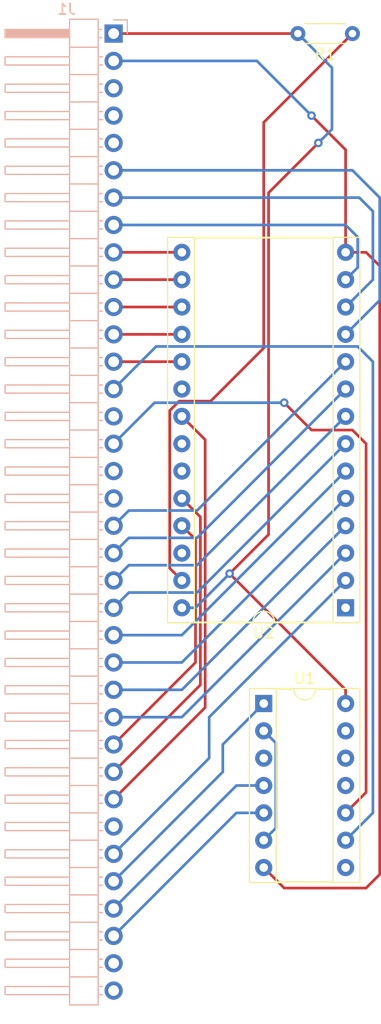
<source format=kicad_pcb>
(kicad_pcb (version 20171130) (host pcbnew 5.1.6-c6e7f7d~86~ubuntu18.04.1)

  (general
    (thickness 1.6)
    (drawings 0)
    (tracks 104)
    (zones 0)
    (modules 4)
    (nets 40)
  )

  (page A4)
  (layers
    (0 F.Cu signal)
    (31 B.Cu signal)
    (32 B.Adhes user)
    (33 F.Adhes user)
    (34 B.Paste user)
    (35 F.Paste user)
    (36 B.SilkS user)
    (37 F.SilkS user)
    (38 B.Mask user)
    (39 F.Mask user)
    (40 Dwgs.User user)
    (41 Cmts.User user)
    (42 Eco1.User user)
    (43 Eco2.User user)
    (44 Edge.Cuts user)
    (45 Margin user)
    (46 B.CrtYd user)
    (47 F.CrtYd user)
    (48 B.Fab user)
    (49 F.Fab user)
  )

  (setup
    (last_trace_width 0.25)
    (trace_clearance 0.2)
    (zone_clearance 0.508)
    (zone_45_only no)
    (trace_min 0.2)
    (via_size 0.8)
    (via_drill 0.4)
    (via_min_size 0.4)
    (via_min_drill 0.3)
    (uvia_size 0.3)
    (uvia_drill 0.1)
    (uvias_allowed no)
    (uvia_min_size 0.2)
    (uvia_min_drill 0.1)
    (edge_width 0.05)
    (segment_width 0.2)
    (pcb_text_width 0.3)
    (pcb_text_size 1.5 1.5)
    (mod_edge_width 0.12)
    (mod_text_size 1 1)
    (mod_text_width 0.15)
    (pad_size 1.524 1.524)
    (pad_drill 0.762)
    (pad_to_mask_clearance 0.05)
    (aux_axis_origin 0 0)
    (visible_elements FFFFFF7F)
    (pcbplotparams
      (layerselection 0x010fc_ffffffff)
      (usegerberextensions false)
      (usegerberattributes true)
      (usegerberadvancedattributes true)
      (creategerberjobfile true)
      (excludeedgelayer true)
      (linewidth 0.100000)
      (plotframeref false)
      (viasonmask false)
      (mode 1)
      (useauxorigin false)
      (hpglpennumber 1)
      (hpglpenspeed 20)
      (hpglpendiameter 15.000000)
      (psnegative false)
      (psa4output false)
      (plotreference true)
      (plotvalue true)
      (plotinvisibletext false)
      (padsonsilk false)
      (subtractmaskfromsilk false)
      (outputformat 1)
      (mirror false)
      (drillshape 1)
      (scaleselection 1)
      (outputdirectory ""))
  )

  (net 0 "")
  (net 1 "Net-(J1-Pad35)")
  (net 2 "Net-(J1-Pad34)")
  (net 3 "Net-(J1-Pad33)")
  (net 4 "Net-(J1-Pad32)")
  (net 5 "Net-(J1-Pad31)")
  (net 6 "Net-(J1-Pad30)")
  (net 7 "Net-(J1-Pad29)")
  (net 8 "Net-(J1-Pad28)")
  (net 9 "Net-(J1-Pad27)")
  (net 10 "Net-(J1-Pad26)")
  (net 11 "Net-(J1-Pad25)")
  (net 12 "Net-(J1-Pad24)")
  (net 13 "Net-(J1-Pad23)")
  (net 14 "Net-(J1-Pad22)")
  (net 15 "Net-(J1-Pad21)")
  (net 16 "Net-(J1-Pad20)")
  (net 17 "Net-(J1-Pad19)")
  (net 18 "Net-(J1-Pad18)")
  (net 19 "Net-(J1-Pad17)")
  (net 20 "Net-(J1-Pad16)")
  (net 21 "Net-(J1-Pad15)")
  (net 22 "Net-(J1-Pad14)")
  (net 23 "Net-(J1-Pad13)")
  (net 24 "Net-(J1-Pad12)")
  (net 25 "Net-(J1-Pad11)")
  (net 26 "Net-(J1-Pad10)")
  (net 27 "Net-(J1-Pad9)")
  (net 28 "Net-(J1-Pad8)")
  (net 29 "Net-(J1-Pad7)")
  (net 30 "Net-(J1-Pad6)")
  (net 31 "Net-(J1-Pad5)")
  (net 32 "Net-(J1-Pad4)")
  (net 33 "Net-(J1-Pad3)")
  (net 34 "Net-(J1-Pad2)")
  (net 35 "Net-(J1-Pad1)")
  (net 36 "Net-(R1-Pad1)")
  (net 37 "Net-(U1-Pad2)")
  (net 38 "Net-(U1-Pad3)")
  (net 39 "Net-(U1-Pad8)")

  (net_class Default "This is the default net class."
    (clearance 0.2)
    (trace_width 0.25)
    (via_dia 0.8)
    (via_drill 0.4)
    (uvia_dia 0.3)
    (uvia_drill 0.1)
    (add_net "Net-(J1-Pad1)")
    (add_net "Net-(J1-Pad10)")
    (add_net "Net-(J1-Pad11)")
    (add_net "Net-(J1-Pad12)")
    (add_net "Net-(J1-Pad13)")
    (add_net "Net-(J1-Pad14)")
    (add_net "Net-(J1-Pad15)")
    (add_net "Net-(J1-Pad16)")
    (add_net "Net-(J1-Pad17)")
    (add_net "Net-(J1-Pad18)")
    (add_net "Net-(J1-Pad19)")
    (add_net "Net-(J1-Pad2)")
    (add_net "Net-(J1-Pad20)")
    (add_net "Net-(J1-Pad21)")
    (add_net "Net-(J1-Pad22)")
    (add_net "Net-(J1-Pad23)")
    (add_net "Net-(J1-Pad24)")
    (add_net "Net-(J1-Pad25)")
    (add_net "Net-(J1-Pad26)")
    (add_net "Net-(J1-Pad27)")
    (add_net "Net-(J1-Pad28)")
    (add_net "Net-(J1-Pad29)")
    (add_net "Net-(J1-Pad3)")
    (add_net "Net-(J1-Pad30)")
    (add_net "Net-(J1-Pad31)")
    (add_net "Net-(J1-Pad32)")
    (add_net "Net-(J1-Pad33)")
    (add_net "Net-(J1-Pad34)")
    (add_net "Net-(J1-Pad35)")
    (add_net "Net-(J1-Pad4)")
    (add_net "Net-(J1-Pad5)")
    (add_net "Net-(J1-Pad6)")
    (add_net "Net-(J1-Pad7)")
    (add_net "Net-(J1-Pad8)")
    (add_net "Net-(J1-Pad9)")
    (add_net "Net-(R1-Pad1)")
    (add_net "Net-(U1-Pad2)")
    (add_net "Net-(U1-Pad3)")
    (add_net "Net-(U1-Pad8)")
  )

  (module Package_DIP:DIP-28_W15.24mm_Socket (layer F.Cu) (tedit 5A02E8C5) (tstamp 5ED018BF)
    (at 126.365 101.6 180)
    (descr "28-lead though-hole mounted DIP package, row spacing 15.24 mm (600 mils), Socket")
    (tags "THT DIP DIL PDIP 2.54mm 15.24mm 600mil Socket")
    (path /5ECFD6B0)
    (fp_text reference U2 (at 7.62 -2.33) (layer F.SilkS)
      (effects (font (size 1 1) (thickness 0.15)))
    )
    (fp_text value AT28C64B-15PU (at 7.62 35.35) (layer F.Fab)
      (effects (font (size 1 1) (thickness 0.15)))
    )
    (fp_text user %R (at 7.62 16.51) (layer F.Fab)
      (effects (font (size 1 1) (thickness 0.15)))
    )
    (fp_arc (start 7.62 -1.33) (end 6.62 -1.33) (angle -180) (layer F.SilkS) (width 0.12))
    (fp_line (start 1.255 -1.27) (end 14.985 -1.27) (layer F.Fab) (width 0.1))
    (fp_line (start 14.985 -1.27) (end 14.985 34.29) (layer F.Fab) (width 0.1))
    (fp_line (start 14.985 34.29) (end 0.255 34.29) (layer F.Fab) (width 0.1))
    (fp_line (start 0.255 34.29) (end 0.255 -0.27) (layer F.Fab) (width 0.1))
    (fp_line (start 0.255 -0.27) (end 1.255 -1.27) (layer F.Fab) (width 0.1))
    (fp_line (start -1.27 -1.33) (end -1.27 34.35) (layer F.Fab) (width 0.1))
    (fp_line (start -1.27 34.35) (end 16.51 34.35) (layer F.Fab) (width 0.1))
    (fp_line (start 16.51 34.35) (end 16.51 -1.33) (layer F.Fab) (width 0.1))
    (fp_line (start 16.51 -1.33) (end -1.27 -1.33) (layer F.Fab) (width 0.1))
    (fp_line (start 6.62 -1.33) (end 1.16 -1.33) (layer F.SilkS) (width 0.12))
    (fp_line (start 1.16 -1.33) (end 1.16 34.35) (layer F.SilkS) (width 0.12))
    (fp_line (start 1.16 34.35) (end 14.08 34.35) (layer F.SilkS) (width 0.12))
    (fp_line (start 14.08 34.35) (end 14.08 -1.33) (layer F.SilkS) (width 0.12))
    (fp_line (start 14.08 -1.33) (end 8.62 -1.33) (layer F.SilkS) (width 0.12))
    (fp_line (start -1.33 -1.39) (end -1.33 34.41) (layer F.SilkS) (width 0.12))
    (fp_line (start -1.33 34.41) (end 16.57 34.41) (layer F.SilkS) (width 0.12))
    (fp_line (start 16.57 34.41) (end 16.57 -1.39) (layer F.SilkS) (width 0.12))
    (fp_line (start 16.57 -1.39) (end -1.33 -1.39) (layer F.SilkS) (width 0.12))
    (fp_line (start -1.55 -1.6) (end -1.55 34.65) (layer F.CrtYd) (width 0.05))
    (fp_line (start -1.55 34.65) (end 16.8 34.65) (layer F.CrtYd) (width 0.05))
    (fp_line (start 16.8 34.65) (end 16.8 -1.6) (layer F.CrtYd) (width 0.05))
    (fp_line (start 16.8 -1.6) (end -1.55 -1.6) (layer F.CrtYd) (width 0.05))
    (pad 28 thru_hole oval (at 15.24 0 180) (size 1.6 1.6) (drill 0.8) (layers *.Cu *.Mask)
      (net 35 "Net-(J1-Pad1)"))
    (pad 14 thru_hole oval (at 0 33.02 180) (size 1.6 1.6) (drill 0.8) (layers *.Cu *.Mask)
      (net 34 "Net-(J1-Pad2)"))
    (pad 27 thru_hole oval (at 15.24 2.54 180) (size 1.6 1.6) (drill 0.8) (layers *.Cu *.Mask)
      (net 36 "Net-(R1-Pad1)"))
    (pad 13 thru_hole oval (at 0 30.48 180) (size 1.6 1.6) (drill 0.8) (layers *.Cu *.Mask)
      (net 28 "Net-(J1-Pad8)"))
    (pad 26 thru_hole oval (at 15.24 5.08 180) (size 1.6 1.6) (drill 0.8) (layers *.Cu *.Mask))
    (pad 12 thru_hole oval (at 0 27.94 180) (size 1.6 1.6) (drill 0.8) (layers *.Cu *.Mask)
      (net 29 "Net-(J1-Pad7)"))
    (pad 25 thru_hole oval (at 15.24 7.62 180) (size 1.6 1.6) (drill 0.8) (layers *.Cu *.Mask)
      (net 9 "Net-(J1-Pad27)"))
    (pad 11 thru_hole oval (at 0 25.4 180) (size 1.6 1.6) (drill 0.8) (layers *.Cu *.Mask)
      (net 30 "Net-(J1-Pad6)"))
    (pad 24 thru_hole oval (at 15.24 10.16 180) (size 1.6 1.6) (drill 0.8) (layers *.Cu *.Mask)
      (net 8 "Net-(J1-Pad28)"))
    (pad 10 thru_hole oval (at 0 22.86 180) (size 1.6 1.6) (drill 0.8) (layers *.Cu *.Mask)
      (net 17 "Net-(J1-Pad19)"))
    (pad 23 thru_hole oval (at 15.24 12.7 180) (size 1.6 1.6) (drill 0.8) (layers *.Cu *.Mask)
      (net 6 "Net-(J1-Pad30)"))
    (pad 9 thru_hole oval (at 0 20.32 180) (size 1.6 1.6) (drill 0.8) (layers *.Cu *.Mask)
      (net 16 "Net-(J1-Pad20)"))
    (pad 22 thru_hole oval (at 15.24 15.24 180) (size 1.6 1.6) (drill 0.8) (layers *.Cu *.Mask)
      (net 39 "Net-(U1-Pad8)"))
    (pad 8 thru_hole oval (at 0 17.78 180) (size 1.6 1.6) (drill 0.8) (layers *.Cu *.Mask)
      (net 15 "Net-(J1-Pad21)"))
    (pad 21 thru_hole oval (at 15.24 17.78 180) (size 1.6 1.6) (drill 0.8) (layers *.Cu *.Mask)
      (net 7 "Net-(J1-Pad29)"))
    (pad 7 thru_hole oval (at 0 15.24 180) (size 1.6 1.6) (drill 0.8) (layers *.Cu *.Mask)
      (net 14 "Net-(J1-Pad22)"))
    (pad 20 thru_hole oval (at 15.24 20.32 180) (size 1.6 1.6) (drill 0.8) (layers *.Cu *.Mask)
      (net 38 "Net-(U1-Pad3)"))
    (pad 6 thru_hole oval (at 0 12.7 180) (size 1.6 1.6) (drill 0.8) (layers *.Cu *.Mask)
      (net 13 "Net-(J1-Pad23)"))
    (pad 19 thru_hole oval (at 15.24 22.86 180) (size 1.6 1.6) (drill 0.8) (layers *.Cu *.Mask)
      (net 23 "Net-(J1-Pad13)"))
    (pad 5 thru_hole oval (at 0 10.16 180) (size 1.6 1.6) (drill 0.8) (layers *.Cu *.Mask)
      (net 12 "Net-(J1-Pad24)"))
    (pad 18 thru_hole oval (at 15.24 25.4 180) (size 1.6 1.6) (drill 0.8) (layers *.Cu *.Mask)
      (net 24 "Net-(J1-Pad12)"))
    (pad 4 thru_hole oval (at 0 7.62 180) (size 1.6 1.6) (drill 0.8) (layers *.Cu *.Mask)
      (net 11 "Net-(J1-Pad25)"))
    (pad 17 thru_hole oval (at 15.24 27.94 180) (size 1.6 1.6) (drill 0.8) (layers *.Cu *.Mask)
      (net 25 "Net-(J1-Pad11)"))
    (pad 3 thru_hole oval (at 0 5.08 180) (size 1.6 1.6) (drill 0.8) (layers *.Cu *.Mask)
      (net 10 "Net-(J1-Pad26)"))
    (pad 16 thru_hole oval (at 15.24 30.48 180) (size 1.6 1.6) (drill 0.8) (layers *.Cu *.Mask)
      (net 26 "Net-(J1-Pad10)"))
    (pad 2 thru_hole oval (at 0 2.54 180) (size 1.6 1.6) (drill 0.8) (layers *.Cu *.Mask)
      (net 5 "Net-(J1-Pad31)"))
    (pad 15 thru_hole oval (at 15.24 33.02 180) (size 1.6 1.6) (drill 0.8) (layers *.Cu *.Mask)
      (net 27 "Net-(J1-Pad9)"))
    (pad 1 thru_hole rect (at 0 0 180) (size 1.6 1.6) (drill 0.8) (layers *.Cu *.Mask))
    (model ${KISYS3DMOD}/Package_DIP.3dshapes/DIP-28_W15.24mm_Socket.wrl
      (at (xyz 0 0 0))
      (scale (xyz 1 1 1))
      (rotate (xyz 0 0 0))
    )
  )

  (module Package_DIP:DIP-14_W7.62mm_Socket (layer F.Cu) (tedit 5A02E8C5) (tstamp 5ED01887)
    (at 118.745 110.49)
    (descr "14-lead though-hole mounted DIP package, row spacing 7.62 mm (300 mils), Socket")
    (tags "THT DIP DIL PDIP 2.54mm 7.62mm 300mil Socket")
    (path /5ED048E2)
    (fp_text reference U1 (at 3.81 -2.33) (layer F.SilkS)
      (effects (font (size 1 1) (thickness 0.15)))
    )
    (fp_text value 74LS32 (at 3.81 17.57) (layer F.Fab)
      (effects (font (size 1 1) (thickness 0.15)))
    )
    (fp_text user %R (at 3.81 7.62) (layer F.Fab)
      (effects (font (size 1 1) (thickness 0.15)))
    )
    (fp_arc (start 3.81 -1.33) (end 2.81 -1.33) (angle -180) (layer F.SilkS) (width 0.12))
    (fp_line (start 1.635 -1.27) (end 6.985 -1.27) (layer F.Fab) (width 0.1))
    (fp_line (start 6.985 -1.27) (end 6.985 16.51) (layer F.Fab) (width 0.1))
    (fp_line (start 6.985 16.51) (end 0.635 16.51) (layer F.Fab) (width 0.1))
    (fp_line (start 0.635 16.51) (end 0.635 -0.27) (layer F.Fab) (width 0.1))
    (fp_line (start 0.635 -0.27) (end 1.635 -1.27) (layer F.Fab) (width 0.1))
    (fp_line (start -1.27 -1.33) (end -1.27 16.57) (layer F.Fab) (width 0.1))
    (fp_line (start -1.27 16.57) (end 8.89 16.57) (layer F.Fab) (width 0.1))
    (fp_line (start 8.89 16.57) (end 8.89 -1.33) (layer F.Fab) (width 0.1))
    (fp_line (start 8.89 -1.33) (end -1.27 -1.33) (layer F.Fab) (width 0.1))
    (fp_line (start 2.81 -1.33) (end 1.16 -1.33) (layer F.SilkS) (width 0.12))
    (fp_line (start 1.16 -1.33) (end 1.16 16.57) (layer F.SilkS) (width 0.12))
    (fp_line (start 1.16 16.57) (end 6.46 16.57) (layer F.SilkS) (width 0.12))
    (fp_line (start 6.46 16.57) (end 6.46 -1.33) (layer F.SilkS) (width 0.12))
    (fp_line (start 6.46 -1.33) (end 4.81 -1.33) (layer F.SilkS) (width 0.12))
    (fp_line (start -1.33 -1.39) (end -1.33 16.63) (layer F.SilkS) (width 0.12))
    (fp_line (start -1.33 16.63) (end 8.95 16.63) (layer F.SilkS) (width 0.12))
    (fp_line (start 8.95 16.63) (end 8.95 -1.39) (layer F.SilkS) (width 0.12))
    (fp_line (start 8.95 -1.39) (end -1.33 -1.39) (layer F.SilkS) (width 0.12))
    (fp_line (start -1.55 -1.6) (end -1.55 16.85) (layer F.CrtYd) (width 0.05))
    (fp_line (start -1.55 16.85) (end 9.15 16.85) (layer F.CrtYd) (width 0.05))
    (fp_line (start 9.15 16.85) (end 9.15 -1.6) (layer F.CrtYd) (width 0.05))
    (fp_line (start 9.15 -1.6) (end -1.55 -1.6) (layer F.CrtYd) (width 0.05))
    (pad 14 thru_hole oval (at 7.62 0) (size 1.6 1.6) (drill 0.8) (layers *.Cu *.Mask)
      (net 35 "Net-(J1-Pad1)"))
    (pad 7 thru_hole oval (at 0 15.24) (size 1.6 1.6) (drill 0.8) (layers *.Cu *.Mask)
      (net 34 "Net-(J1-Pad2)"))
    (pad 13 thru_hole oval (at 7.62 2.54) (size 1.6 1.6) (drill 0.8) (layers *.Cu *.Mask))
    (pad 6 thru_hole oval (at 0 12.7) (size 1.6 1.6) (drill 0.8) (layers *.Cu *.Mask)
      (net 37 "Net-(U1-Pad2)"))
    (pad 12 thru_hole oval (at 7.62 5.08) (size 1.6 1.6) (drill 0.8) (layers *.Cu *.Mask))
    (pad 5 thru_hole oval (at 0 10.16) (size 1.6 1.6) (drill 0.8) (layers *.Cu *.Mask)
      (net 2 "Net-(J1-Pad34)"))
    (pad 11 thru_hole oval (at 7.62 7.62) (size 1.6 1.6) (drill 0.8) (layers *.Cu *.Mask))
    (pad 4 thru_hole oval (at 0 7.62) (size 1.6 1.6) (drill 0.8) (layers *.Cu *.Mask)
      (net 3 "Net-(J1-Pad33)"))
    (pad 10 thru_hole oval (at 7.62 10.16) (size 1.6 1.6) (drill 0.8) (layers *.Cu *.Mask)
      (net 20 "Net-(J1-Pad16)"))
    (pad 3 thru_hole oval (at 0 5.08) (size 1.6 1.6) (drill 0.8) (layers *.Cu *.Mask)
      (net 38 "Net-(U1-Pad3)"))
    (pad 9 thru_hole oval (at 7.62 12.7) (size 1.6 1.6) (drill 0.8) (layers *.Cu *.Mask)
      (net 22 "Net-(J1-Pad14)"))
    (pad 2 thru_hole oval (at 0 2.54) (size 1.6 1.6) (drill 0.8) (layers *.Cu *.Mask)
      (net 37 "Net-(U1-Pad2)"))
    (pad 8 thru_hole oval (at 7.62 15.24) (size 1.6 1.6) (drill 0.8) (layers *.Cu *.Mask)
      (net 39 "Net-(U1-Pad8)"))
    (pad 1 thru_hole rect (at 0 0) (size 1.6 1.6) (drill 0.8) (layers *.Cu *.Mask)
      (net 4 "Net-(J1-Pad32)"))
    (model ${KISYS3DMOD}/Package_DIP.3dshapes/DIP-14_W7.62mm_Socket.wrl
      (at (xyz 0 0 0))
      (scale (xyz 1 1 1))
      (rotate (xyz 0 0 0))
    )
  )

  (module Resistor_THT:R_Axial_DIN0204_L3.6mm_D1.6mm_P5.08mm_Horizontal (layer F.Cu) (tedit 5AE5139B) (tstamp 5ED0185D)
    (at 127 48.26 180)
    (descr "Resistor, Axial_DIN0204 series, Axial, Horizontal, pin pitch=5.08mm, 0.167W, length*diameter=3.6*1.6mm^2, http://cdn-reichelt.de/documents/datenblatt/B400/1_4W%23YAG.pdf")
    (tags "Resistor Axial_DIN0204 series Axial Horizontal pin pitch 5.08mm 0.167W length 3.6mm diameter 1.6mm")
    (path /5ED13C5E)
    (fp_text reference R1 (at 2.54 -1.92) (layer F.SilkS)
      (effects (font (size 1 1) (thickness 0.15)))
    )
    (fp_text value 10k (at 2.54 1.92) (layer F.Fab)
      (effects (font (size 1 1) (thickness 0.15)))
    )
    (fp_text user %R (at 2.54 0) (layer F.Fab)
      (effects (font (size 0.72 0.72) (thickness 0.108)))
    )
    (fp_line (start 0.74 -0.8) (end 0.74 0.8) (layer F.Fab) (width 0.1))
    (fp_line (start 0.74 0.8) (end 4.34 0.8) (layer F.Fab) (width 0.1))
    (fp_line (start 4.34 0.8) (end 4.34 -0.8) (layer F.Fab) (width 0.1))
    (fp_line (start 4.34 -0.8) (end 0.74 -0.8) (layer F.Fab) (width 0.1))
    (fp_line (start 0 0) (end 0.74 0) (layer F.Fab) (width 0.1))
    (fp_line (start 5.08 0) (end 4.34 0) (layer F.Fab) (width 0.1))
    (fp_line (start 0.62 -0.92) (end 4.46 -0.92) (layer F.SilkS) (width 0.12))
    (fp_line (start 0.62 0.92) (end 4.46 0.92) (layer F.SilkS) (width 0.12))
    (fp_line (start -0.95 -1.05) (end -0.95 1.05) (layer F.CrtYd) (width 0.05))
    (fp_line (start -0.95 1.05) (end 6.03 1.05) (layer F.CrtYd) (width 0.05))
    (fp_line (start 6.03 1.05) (end 6.03 -1.05) (layer F.CrtYd) (width 0.05))
    (fp_line (start 6.03 -1.05) (end -0.95 -1.05) (layer F.CrtYd) (width 0.05))
    (pad 2 thru_hole oval (at 5.08 0 180) (size 1.4 1.4) (drill 0.7) (layers *.Cu *.Mask)
      (net 35 "Net-(J1-Pad1)"))
    (pad 1 thru_hole circle (at 0 0 180) (size 1.4 1.4) (drill 0.7) (layers *.Cu *.Mask)
      (net 36 "Net-(R1-Pad1)"))
    (model ${KISYS3DMOD}/Resistor_THT.3dshapes/R_Axial_DIN0204_L3.6mm_D1.6mm_P5.08mm_Horizontal.wrl
      (at (xyz 0 0 0))
      (scale (xyz 1 1 1))
      (rotate (xyz 0 0 0))
    )
  )

  (module Connector_PinHeader_2.54mm:PinHeader_1x36_P2.54mm_Horizontal (layer B.Cu) (tedit 59FED5CB) (tstamp 5ED0184A)
    (at 104.775 48.26 180)
    (descr "Through hole angled pin header, 1x36, 2.54mm pitch, 6mm pin length, single row")
    (tags "Through hole angled pin header THT 1x36 2.54mm single row")
    (path /5ECFB787)
    (fp_text reference J1 (at 4.385 2.27) (layer B.SilkS)
      (effects (font (size 1 1) (thickness 0.15)) (justify mirror))
    )
    (fp_text value Bus (at 4.385 -91.17) (layer B.Fab)
      (effects (font (size 1 1) (thickness 0.15)) (justify mirror))
    )
    (fp_text user %R (at 2.77 -44.45 270) (layer B.Fab)
      (effects (font (size 1 1) (thickness 0.15)) (justify mirror))
    )
    (fp_line (start 2.135 1.27) (end 4.04 1.27) (layer B.Fab) (width 0.1))
    (fp_line (start 4.04 1.27) (end 4.04 -90.17) (layer B.Fab) (width 0.1))
    (fp_line (start 4.04 -90.17) (end 1.5 -90.17) (layer B.Fab) (width 0.1))
    (fp_line (start 1.5 -90.17) (end 1.5 0.635) (layer B.Fab) (width 0.1))
    (fp_line (start 1.5 0.635) (end 2.135 1.27) (layer B.Fab) (width 0.1))
    (fp_line (start -0.32 0.32) (end 1.5 0.32) (layer B.Fab) (width 0.1))
    (fp_line (start -0.32 0.32) (end -0.32 -0.32) (layer B.Fab) (width 0.1))
    (fp_line (start -0.32 -0.32) (end 1.5 -0.32) (layer B.Fab) (width 0.1))
    (fp_line (start 4.04 0.32) (end 10.04 0.32) (layer B.Fab) (width 0.1))
    (fp_line (start 10.04 0.32) (end 10.04 -0.32) (layer B.Fab) (width 0.1))
    (fp_line (start 4.04 -0.32) (end 10.04 -0.32) (layer B.Fab) (width 0.1))
    (fp_line (start -0.32 -2.22) (end 1.5 -2.22) (layer B.Fab) (width 0.1))
    (fp_line (start -0.32 -2.22) (end -0.32 -2.86) (layer B.Fab) (width 0.1))
    (fp_line (start -0.32 -2.86) (end 1.5 -2.86) (layer B.Fab) (width 0.1))
    (fp_line (start 4.04 -2.22) (end 10.04 -2.22) (layer B.Fab) (width 0.1))
    (fp_line (start 10.04 -2.22) (end 10.04 -2.86) (layer B.Fab) (width 0.1))
    (fp_line (start 4.04 -2.86) (end 10.04 -2.86) (layer B.Fab) (width 0.1))
    (fp_line (start -0.32 -4.76) (end 1.5 -4.76) (layer B.Fab) (width 0.1))
    (fp_line (start -0.32 -4.76) (end -0.32 -5.4) (layer B.Fab) (width 0.1))
    (fp_line (start -0.32 -5.4) (end 1.5 -5.4) (layer B.Fab) (width 0.1))
    (fp_line (start 4.04 -4.76) (end 10.04 -4.76) (layer B.Fab) (width 0.1))
    (fp_line (start 10.04 -4.76) (end 10.04 -5.4) (layer B.Fab) (width 0.1))
    (fp_line (start 4.04 -5.4) (end 10.04 -5.4) (layer B.Fab) (width 0.1))
    (fp_line (start -0.32 -7.3) (end 1.5 -7.3) (layer B.Fab) (width 0.1))
    (fp_line (start -0.32 -7.3) (end -0.32 -7.94) (layer B.Fab) (width 0.1))
    (fp_line (start -0.32 -7.94) (end 1.5 -7.94) (layer B.Fab) (width 0.1))
    (fp_line (start 4.04 -7.3) (end 10.04 -7.3) (layer B.Fab) (width 0.1))
    (fp_line (start 10.04 -7.3) (end 10.04 -7.94) (layer B.Fab) (width 0.1))
    (fp_line (start 4.04 -7.94) (end 10.04 -7.94) (layer B.Fab) (width 0.1))
    (fp_line (start -0.32 -9.84) (end 1.5 -9.84) (layer B.Fab) (width 0.1))
    (fp_line (start -0.32 -9.84) (end -0.32 -10.48) (layer B.Fab) (width 0.1))
    (fp_line (start -0.32 -10.48) (end 1.5 -10.48) (layer B.Fab) (width 0.1))
    (fp_line (start 4.04 -9.84) (end 10.04 -9.84) (layer B.Fab) (width 0.1))
    (fp_line (start 10.04 -9.84) (end 10.04 -10.48) (layer B.Fab) (width 0.1))
    (fp_line (start 4.04 -10.48) (end 10.04 -10.48) (layer B.Fab) (width 0.1))
    (fp_line (start -0.32 -12.38) (end 1.5 -12.38) (layer B.Fab) (width 0.1))
    (fp_line (start -0.32 -12.38) (end -0.32 -13.02) (layer B.Fab) (width 0.1))
    (fp_line (start -0.32 -13.02) (end 1.5 -13.02) (layer B.Fab) (width 0.1))
    (fp_line (start 4.04 -12.38) (end 10.04 -12.38) (layer B.Fab) (width 0.1))
    (fp_line (start 10.04 -12.38) (end 10.04 -13.02) (layer B.Fab) (width 0.1))
    (fp_line (start 4.04 -13.02) (end 10.04 -13.02) (layer B.Fab) (width 0.1))
    (fp_line (start -0.32 -14.92) (end 1.5 -14.92) (layer B.Fab) (width 0.1))
    (fp_line (start -0.32 -14.92) (end -0.32 -15.56) (layer B.Fab) (width 0.1))
    (fp_line (start -0.32 -15.56) (end 1.5 -15.56) (layer B.Fab) (width 0.1))
    (fp_line (start 4.04 -14.92) (end 10.04 -14.92) (layer B.Fab) (width 0.1))
    (fp_line (start 10.04 -14.92) (end 10.04 -15.56) (layer B.Fab) (width 0.1))
    (fp_line (start 4.04 -15.56) (end 10.04 -15.56) (layer B.Fab) (width 0.1))
    (fp_line (start -0.32 -17.46) (end 1.5 -17.46) (layer B.Fab) (width 0.1))
    (fp_line (start -0.32 -17.46) (end -0.32 -18.1) (layer B.Fab) (width 0.1))
    (fp_line (start -0.32 -18.1) (end 1.5 -18.1) (layer B.Fab) (width 0.1))
    (fp_line (start 4.04 -17.46) (end 10.04 -17.46) (layer B.Fab) (width 0.1))
    (fp_line (start 10.04 -17.46) (end 10.04 -18.1) (layer B.Fab) (width 0.1))
    (fp_line (start 4.04 -18.1) (end 10.04 -18.1) (layer B.Fab) (width 0.1))
    (fp_line (start -0.32 -20) (end 1.5 -20) (layer B.Fab) (width 0.1))
    (fp_line (start -0.32 -20) (end -0.32 -20.64) (layer B.Fab) (width 0.1))
    (fp_line (start -0.32 -20.64) (end 1.5 -20.64) (layer B.Fab) (width 0.1))
    (fp_line (start 4.04 -20) (end 10.04 -20) (layer B.Fab) (width 0.1))
    (fp_line (start 10.04 -20) (end 10.04 -20.64) (layer B.Fab) (width 0.1))
    (fp_line (start 4.04 -20.64) (end 10.04 -20.64) (layer B.Fab) (width 0.1))
    (fp_line (start -0.32 -22.54) (end 1.5 -22.54) (layer B.Fab) (width 0.1))
    (fp_line (start -0.32 -22.54) (end -0.32 -23.18) (layer B.Fab) (width 0.1))
    (fp_line (start -0.32 -23.18) (end 1.5 -23.18) (layer B.Fab) (width 0.1))
    (fp_line (start 4.04 -22.54) (end 10.04 -22.54) (layer B.Fab) (width 0.1))
    (fp_line (start 10.04 -22.54) (end 10.04 -23.18) (layer B.Fab) (width 0.1))
    (fp_line (start 4.04 -23.18) (end 10.04 -23.18) (layer B.Fab) (width 0.1))
    (fp_line (start -0.32 -25.08) (end 1.5 -25.08) (layer B.Fab) (width 0.1))
    (fp_line (start -0.32 -25.08) (end -0.32 -25.72) (layer B.Fab) (width 0.1))
    (fp_line (start -0.32 -25.72) (end 1.5 -25.72) (layer B.Fab) (width 0.1))
    (fp_line (start 4.04 -25.08) (end 10.04 -25.08) (layer B.Fab) (width 0.1))
    (fp_line (start 10.04 -25.08) (end 10.04 -25.72) (layer B.Fab) (width 0.1))
    (fp_line (start 4.04 -25.72) (end 10.04 -25.72) (layer B.Fab) (width 0.1))
    (fp_line (start -0.32 -27.62) (end 1.5 -27.62) (layer B.Fab) (width 0.1))
    (fp_line (start -0.32 -27.62) (end -0.32 -28.26) (layer B.Fab) (width 0.1))
    (fp_line (start -0.32 -28.26) (end 1.5 -28.26) (layer B.Fab) (width 0.1))
    (fp_line (start 4.04 -27.62) (end 10.04 -27.62) (layer B.Fab) (width 0.1))
    (fp_line (start 10.04 -27.62) (end 10.04 -28.26) (layer B.Fab) (width 0.1))
    (fp_line (start 4.04 -28.26) (end 10.04 -28.26) (layer B.Fab) (width 0.1))
    (fp_line (start -0.32 -30.16) (end 1.5 -30.16) (layer B.Fab) (width 0.1))
    (fp_line (start -0.32 -30.16) (end -0.32 -30.8) (layer B.Fab) (width 0.1))
    (fp_line (start -0.32 -30.8) (end 1.5 -30.8) (layer B.Fab) (width 0.1))
    (fp_line (start 4.04 -30.16) (end 10.04 -30.16) (layer B.Fab) (width 0.1))
    (fp_line (start 10.04 -30.16) (end 10.04 -30.8) (layer B.Fab) (width 0.1))
    (fp_line (start 4.04 -30.8) (end 10.04 -30.8) (layer B.Fab) (width 0.1))
    (fp_line (start -0.32 -32.7) (end 1.5 -32.7) (layer B.Fab) (width 0.1))
    (fp_line (start -0.32 -32.7) (end -0.32 -33.34) (layer B.Fab) (width 0.1))
    (fp_line (start -0.32 -33.34) (end 1.5 -33.34) (layer B.Fab) (width 0.1))
    (fp_line (start 4.04 -32.7) (end 10.04 -32.7) (layer B.Fab) (width 0.1))
    (fp_line (start 10.04 -32.7) (end 10.04 -33.34) (layer B.Fab) (width 0.1))
    (fp_line (start 4.04 -33.34) (end 10.04 -33.34) (layer B.Fab) (width 0.1))
    (fp_line (start -0.32 -35.24) (end 1.5 -35.24) (layer B.Fab) (width 0.1))
    (fp_line (start -0.32 -35.24) (end -0.32 -35.88) (layer B.Fab) (width 0.1))
    (fp_line (start -0.32 -35.88) (end 1.5 -35.88) (layer B.Fab) (width 0.1))
    (fp_line (start 4.04 -35.24) (end 10.04 -35.24) (layer B.Fab) (width 0.1))
    (fp_line (start 10.04 -35.24) (end 10.04 -35.88) (layer B.Fab) (width 0.1))
    (fp_line (start 4.04 -35.88) (end 10.04 -35.88) (layer B.Fab) (width 0.1))
    (fp_line (start -0.32 -37.78) (end 1.5 -37.78) (layer B.Fab) (width 0.1))
    (fp_line (start -0.32 -37.78) (end -0.32 -38.42) (layer B.Fab) (width 0.1))
    (fp_line (start -0.32 -38.42) (end 1.5 -38.42) (layer B.Fab) (width 0.1))
    (fp_line (start 4.04 -37.78) (end 10.04 -37.78) (layer B.Fab) (width 0.1))
    (fp_line (start 10.04 -37.78) (end 10.04 -38.42) (layer B.Fab) (width 0.1))
    (fp_line (start 4.04 -38.42) (end 10.04 -38.42) (layer B.Fab) (width 0.1))
    (fp_line (start -0.32 -40.32) (end 1.5 -40.32) (layer B.Fab) (width 0.1))
    (fp_line (start -0.32 -40.32) (end -0.32 -40.96) (layer B.Fab) (width 0.1))
    (fp_line (start -0.32 -40.96) (end 1.5 -40.96) (layer B.Fab) (width 0.1))
    (fp_line (start 4.04 -40.32) (end 10.04 -40.32) (layer B.Fab) (width 0.1))
    (fp_line (start 10.04 -40.32) (end 10.04 -40.96) (layer B.Fab) (width 0.1))
    (fp_line (start 4.04 -40.96) (end 10.04 -40.96) (layer B.Fab) (width 0.1))
    (fp_line (start -0.32 -42.86) (end 1.5 -42.86) (layer B.Fab) (width 0.1))
    (fp_line (start -0.32 -42.86) (end -0.32 -43.5) (layer B.Fab) (width 0.1))
    (fp_line (start -0.32 -43.5) (end 1.5 -43.5) (layer B.Fab) (width 0.1))
    (fp_line (start 4.04 -42.86) (end 10.04 -42.86) (layer B.Fab) (width 0.1))
    (fp_line (start 10.04 -42.86) (end 10.04 -43.5) (layer B.Fab) (width 0.1))
    (fp_line (start 4.04 -43.5) (end 10.04 -43.5) (layer B.Fab) (width 0.1))
    (fp_line (start -0.32 -45.4) (end 1.5 -45.4) (layer B.Fab) (width 0.1))
    (fp_line (start -0.32 -45.4) (end -0.32 -46.04) (layer B.Fab) (width 0.1))
    (fp_line (start -0.32 -46.04) (end 1.5 -46.04) (layer B.Fab) (width 0.1))
    (fp_line (start 4.04 -45.4) (end 10.04 -45.4) (layer B.Fab) (width 0.1))
    (fp_line (start 10.04 -45.4) (end 10.04 -46.04) (layer B.Fab) (width 0.1))
    (fp_line (start 4.04 -46.04) (end 10.04 -46.04) (layer B.Fab) (width 0.1))
    (fp_line (start -0.32 -47.94) (end 1.5 -47.94) (layer B.Fab) (width 0.1))
    (fp_line (start -0.32 -47.94) (end -0.32 -48.58) (layer B.Fab) (width 0.1))
    (fp_line (start -0.32 -48.58) (end 1.5 -48.58) (layer B.Fab) (width 0.1))
    (fp_line (start 4.04 -47.94) (end 10.04 -47.94) (layer B.Fab) (width 0.1))
    (fp_line (start 10.04 -47.94) (end 10.04 -48.58) (layer B.Fab) (width 0.1))
    (fp_line (start 4.04 -48.58) (end 10.04 -48.58) (layer B.Fab) (width 0.1))
    (fp_line (start -0.32 -50.48) (end 1.5 -50.48) (layer B.Fab) (width 0.1))
    (fp_line (start -0.32 -50.48) (end -0.32 -51.12) (layer B.Fab) (width 0.1))
    (fp_line (start -0.32 -51.12) (end 1.5 -51.12) (layer B.Fab) (width 0.1))
    (fp_line (start 4.04 -50.48) (end 10.04 -50.48) (layer B.Fab) (width 0.1))
    (fp_line (start 10.04 -50.48) (end 10.04 -51.12) (layer B.Fab) (width 0.1))
    (fp_line (start 4.04 -51.12) (end 10.04 -51.12) (layer B.Fab) (width 0.1))
    (fp_line (start -0.32 -53.02) (end 1.5 -53.02) (layer B.Fab) (width 0.1))
    (fp_line (start -0.32 -53.02) (end -0.32 -53.66) (layer B.Fab) (width 0.1))
    (fp_line (start -0.32 -53.66) (end 1.5 -53.66) (layer B.Fab) (width 0.1))
    (fp_line (start 4.04 -53.02) (end 10.04 -53.02) (layer B.Fab) (width 0.1))
    (fp_line (start 10.04 -53.02) (end 10.04 -53.66) (layer B.Fab) (width 0.1))
    (fp_line (start 4.04 -53.66) (end 10.04 -53.66) (layer B.Fab) (width 0.1))
    (fp_line (start -0.32 -55.56) (end 1.5 -55.56) (layer B.Fab) (width 0.1))
    (fp_line (start -0.32 -55.56) (end -0.32 -56.2) (layer B.Fab) (width 0.1))
    (fp_line (start -0.32 -56.2) (end 1.5 -56.2) (layer B.Fab) (width 0.1))
    (fp_line (start 4.04 -55.56) (end 10.04 -55.56) (layer B.Fab) (width 0.1))
    (fp_line (start 10.04 -55.56) (end 10.04 -56.2) (layer B.Fab) (width 0.1))
    (fp_line (start 4.04 -56.2) (end 10.04 -56.2) (layer B.Fab) (width 0.1))
    (fp_line (start -0.32 -58.1) (end 1.5 -58.1) (layer B.Fab) (width 0.1))
    (fp_line (start -0.32 -58.1) (end -0.32 -58.74) (layer B.Fab) (width 0.1))
    (fp_line (start -0.32 -58.74) (end 1.5 -58.74) (layer B.Fab) (width 0.1))
    (fp_line (start 4.04 -58.1) (end 10.04 -58.1) (layer B.Fab) (width 0.1))
    (fp_line (start 10.04 -58.1) (end 10.04 -58.74) (layer B.Fab) (width 0.1))
    (fp_line (start 4.04 -58.74) (end 10.04 -58.74) (layer B.Fab) (width 0.1))
    (fp_line (start -0.32 -60.64) (end 1.5 -60.64) (layer B.Fab) (width 0.1))
    (fp_line (start -0.32 -60.64) (end -0.32 -61.28) (layer B.Fab) (width 0.1))
    (fp_line (start -0.32 -61.28) (end 1.5 -61.28) (layer B.Fab) (width 0.1))
    (fp_line (start 4.04 -60.64) (end 10.04 -60.64) (layer B.Fab) (width 0.1))
    (fp_line (start 10.04 -60.64) (end 10.04 -61.28) (layer B.Fab) (width 0.1))
    (fp_line (start 4.04 -61.28) (end 10.04 -61.28) (layer B.Fab) (width 0.1))
    (fp_line (start -0.32 -63.18) (end 1.5 -63.18) (layer B.Fab) (width 0.1))
    (fp_line (start -0.32 -63.18) (end -0.32 -63.82) (layer B.Fab) (width 0.1))
    (fp_line (start -0.32 -63.82) (end 1.5 -63.82) (layer B.Fab) (width 0.1))
    (fp_line (start 4.04 -63.18) (end 10.04 -63.18) (layer B.Fab) (width 0.1))
    (fp_line (start 10.04 -63.18) (end 10.04 -63.82) (layer B.Fab) (width 0.1))
    (fp_line (start 4.04 -63.82) (end 10.04 -63.82) (layer B.Fab) (width 0.1))
    (fp_line (start -0.32 -65.72) (end 1.5 -65.72) (layer B.Fab) (width 0.1))
    (fp_line (start -0.32 -65.72) (end -0.32 -66.36) (layer B.Fab) (width 0.1))
    (fp_line (start -0.32 -66.36) (end 1.5 -66.36) (layer B.Fab) (width 0.1))
    (fp_line (start 4.04 -65.72) (end 10.04 -65.72) (layer B.Fab) (width 0.1))
    (fp_line (start 10.04 -65.72) (end 10.04 -66.36) (layer B.Fab) (width 0.1))
    (fp_line (start 4.04 -66.36) (end 10.04 -66.36) (layer B.Fab) (width 0.1))
    (fp_line (start -0.32 -68.26) (end 1.5 -68.26) (layer B.Fab) (width 0.1))
    (fp_line (start -0.32 -68.26) (end -0.32 -68.9) (layer B.Fab) (width 0.1))
    (fp_line (start -0.32 -68.9) (end 1.5 -68.9) (layer B.Fab) (width 0.1))
    (fp_line (start 4.04 -68.26) (end 10.04 -68.26) (layer B.Fab) (width 0.1))
    (fp_line (start 10.04 -68.26) (end 10.04 -68.9) (layer B.Fab) (width 0.1))
    (fp_line (start 4.04 -68.9) (end 10.04 -68.9) (layer B.Fab) (width 0.1))
    (fp_line (start -0.32 -70.8) (end 1.5 -70.8) (layer B.Fab) (width 0.1))
    (fp_line (start -0.32 -70.8) (end -0.32 -71.44) (layer B.Fab) (width 0.1))
    (fp_line (start -0.32 -71.44) (end 1.5 -71.44) (layer B.Fab) (width 0.1))
    (fp_line (start 4.04 -70.8) (end 10.04 -70.8) (layer B.Fab) (width 0.1))
    (fp_line (start 10.04 -70.8) (end 10.04 -71.44) (layer B.Fab) (width 0.1))
    (fp_line (start 4.04 -71.44) (end 10.04 -71.44) (layer B.Fab) (width 0.1))
    (fp_line (start -0.32 -73.34) (end 1.5 -73.34) (layer B.Fab) (width 0.1))
    (fp_line (start -0.32 -73.34) (end -0.32 -73.98) (layer B.Fab) (width 0.1))
    (fp_line (start -0.32 -73.98) (end 1.5 -73.98) (layer B.Fab) (width 0.1))
    (fp_line (start 4.04 -73.34) (end 10.04 -73.34) (layer B.Fab) (width 0.1))
    (fp_line (start 10.04 -73.34) (end 10.04 -73.98) (layer B.Fab) (width 0.1))
    (fp_line (start 4.04 -73.98) (end 10.04 -73.98) (layer B.Fab) (width 0.1))
    (fp_line (start -0.32 -75.88) (end 1.5 -75.88) (layer B.Fab) (width 0.1))
    (fp_line (start -0.32 -75.88) (end -0.32 -76.52) (layer B.Fab) (width 0.1))
    (fp_line (start -0.32 -76.52) (end 1.5 -76.52) (layer B.Fab) (width 0.1))
    (fp_line (start 4.04 -75.88) (end 10.04 -75.88) (layer B.Fab) (width 0.1))
    (fp_line (start 10.04 -75.88) (end 10.04 -76.52) (layer B.Fab) (width 0.1))
    (fp_line (start 4.04 -76.52) (end 10.04 -76.52) (layer B.Fab) (width 0.1))
    (fp_line (start -0.32 -78.42) (end 1.5 -78.42) (layer B.Fab) (width 0.1))
    (fp_line (start -0.32 -78.42) (end -0.32 -79.06) (layer B.Fab) (width 0.1))
    (fp_line (start -0.32 -79.06) (end 1.5 -79.06) (layer B.Fab) (width 0.1))
    (fp_line (start 4.04 -78.42) (end 10.04 -78.42) (layer B.Fab) (width 0.1))
    (fp_line (start 10.04 -78.42) (end 10.04 -79.06) (layer B.Fab) (width 0.1))
    (fp_line (start 4.04 -79.06) (end 10.04 -79.06) (layer B.Fab) (width 0.1))
    (fp_line (start -0.32 -80.96) (end 1.5 -80.96) (layer B.Fab) (width 0.1))
    (fp_line (start -0.32 -80.96) (end -0.32 -81.6) (layer B.Fab) (width 0.1))
    (fp_line (start -0.32 -81.6) (end 1.5 -81.6) (layer B.Fab) (width 0.1))
    (fp_line (start 4.04 -80.96) (end 10.04 -80.96) (layer B.Fab) (width 0.1))
    (fp_line (start 10.04 -80.96) (end 10.04 -81.6) (layer B.Fab) (width 0.1))
    (fp_line (start 4.04 -81.6) (end 10.04 -81.6) (layer B.Fab) (width 0.1))
    (fp_line (start -0.32 -83.5) (end 1.5 -83.5) (layer B.Fab) (width 0.1))
    (fp_line (start -0.32 -83.5) (end -0.32 -84.14) (layer B.Fab) (width 0.1))
    (fp_line (start -0.32 -84.14) (end 1.5 -84.14) (layer B.Fab) (width 0.1))
    (fp_line (start 4.04 -83.5) (end 10.04 -83.5) (layer B.Fab) (width 0.1))
    (fp_line (start 10.04 -83.5) (end 10.04 -84.14) (layer B.Fab) (width 0.1))
    (fp_line (start 4.04 -84.14) (end 10.04 -84.14) (layer B.Fab) (width 0.1))
    (fp_line (start -0.32 -86.04) (end 1.5 -86.04) (layer B.Fab) (width 0.1))
    (fp_line (start -0.32 -86.04) (end -0.32 -86.68) (layer B.Fab) (width 0.1))
    (fp_line (start -0.32 -86.68) (end 1.5 -86.68) (layer B.Fab) (width 0.1))
    (fp_line (start 4.04 -86.04) (end 10.04 -86.04) (layer B.Fab) (width 0.1))
    (fp_line (start 10.04 -86.04) (end 10.04 -86.68) (layer B.Fab) (width 0.1))
    (fp_line (start 4.04 -86.68) (end 10.04 -86.68) (layer B.Fab) (width 0.1))
    (fp_line (start -0.32 -88.58) (end 1.5 -88.58) (layer B.Fab) (width 0.1))
    (fp_line (start -0.32 -88.58) (end -0.32 -89.22) (layer B.Fab) (width 0.1))
    (fp_line (start -0.32 -89.22) (end 1.5 -89.22) (layer B.Fab) (width 0.1))
    (fp_line (start 4.04 -88.58) (end 10.04 -88.58) (layer B.Fab) (width 0.1))
    (fp_line (start 10.04 -88.58) (end 10.04 -89.22) (layer B.Fab) (width 0.1))
    (fp_line (start 4.04 -89.22) (end 10.04 -89.22) (layer B.Fab) (width 0.1))
    (fp_line (start 1.44 1.33) (end 1.44 -90.23) (layer B.SilkS) (width 0.12))
    (fp_line (start 1.44 -90.23) (end 4.1 -90.23) (layer B.SilkS) (width 0.12))
    (fp_line (start 4.1 -90.23) (end 4.1 1.33) (layer B.SilkS) (width 0.12))
    (fp_line (start 4.1 1.33) (end 1.44 1.33) (layer B.SilkS) (width 0.12))
    (fp_line (start 4.1 0.38) (end 10.1 0.38) (layer B.SilkS) (width 0.12))
    (fp_line (start 10.1 0.38) (end 10.1 -0.38) (layer B.SilkS) (width 0.12))
    (fp_line (start 10.1 -0.38) (end 4.1 -0.38) (layer B.SilkS) (width 0.12))
    (fp_line (start 4.1 0.32) (end 10.1 0.32) (layer B.SilkS) (width 0.12))
    (fp_line (start 4.1 0.2) (end 10.1 0.2) (layer B.SilkS) (width 0.12))
    (fp_line (start 4.1 0.08) (end 10.1 0.08) (layer B.SilkS) (width 0.12))
    (fp_line (start 4.1 -0.04) (end 10.1 -0.04) (layer B.SilkS) (width 0.12))
    (fp_line (start 4.1 -0.16) (end 10.1 -0.16) (layer B.SilkS) (width 0.12))
    (fp_line (start 4.1 -0.28) (end 10.1 -0.28) (layer B.SilkS) (width 0.12))
    (fp_line (start 1.11 0.38) (end 1.44 0.38) (layer B.SilkS) (width 0.12))
    (fp_line (start 1.11 -0.38) (end 1.44 -0.38) (layer B.SilkS) (width 0.12))
    (fp_line (start 1.44 -1.27) (end 4.1 -1.27) (layer B.SilkS) (width 0.12))
    (fp_line (start 4.1 -2.16) (end 10.1 -2.16) (layer B.SilkS) (width 0.12))
    (fp_line (start 10.1 -2.16) (end 10.1 -2.92) (layer B.SilkS) (width 0.12))
    (fp_line (start 10.1 -2.92) (end 4.1 -2.92) (layer B.SilkS) (width 0.12))
    (fp_line (start 1.042929 -2.16) (end 1.44 -2.16) (layer B.SilkS) (width 0.12))
    (fp_line (start 1.042929 -2.92) (end 1.44 -2.92) (layer B.SilkS) (width 0.12))
    (fp_line (start 1.44 -3.81) (end 4.1 -3.81) (layer B.SilkS) (width 0.12))
    (fp_line (start 4.1 -4.7) (end 10.1 -4.7) (layer B.SilkS) (width 0.12))
    (fp_line (start 10.1 -4.7) (end 10.1 -5.46) (layer B.SilkS) (width 0.12))
    (fp_line (start 10.1 -5.46) (end 4.1 -5.46) (layer B.SilkS) (width 0.12))
    (fp_line (start 1.042929 -4.7) (end 1.44 -4.7) (layer B.SilkS) (width 0.12))
    (fp_line (start 1.042929 -5.46) (end 1.44 -5.46) (layer B.SilkS) (width 0.12))
    (fp_line (start 1.44 -6.35) (end 4.1 -6.35) (layer B.SilkS) (width 0.12))
    (fp_line (start 4.1 -7.24) (end 10.1 -7.24) (layer B.SilkS) (width 0.12))
    (fp_line (start 10.1 -7.24) (end 10.1 -8) (layer B.SilkS) (width 0.12))
    (fp_line (start 10.1 -8) (end 4.1 -8) (layer B.SilkS) (width 0.12))
    (fp_line (start 1.042929 -7.24) (end 1.44 -7.24) (layer B.SilkS) (width 0.12))
    (fp_line (start 1.042929 -8) (end 1.44 -8) (layer B.SilkS) (width 0.12))
    (fp_line (start 1.44 -8.89) (end 4.1 -8.89) (layer B.SilkS) (width 0.12))
    (fp_line (start 4.1 -9.78) (end 10.1 -9.78) (layer B.SilkS) (width 0.12))
    (fp_line (start 10.1 -9.78) (end 10.1 -10.54) (layer B.SilkS) (width 0.12))
    (fp_line (start 10.1 -10.54) (end 4.1 -10.54) (layer B.SilkS) (width 0.12))
    (fp_line (start 1.042929 -9.78) (end 1.44 -9.78) (layer B.SilkS) (width 0.12))
    (fp_line (start 1.042929 -10.54) (end 1.44 -10.54) (layer B.SilkS) (width 0.12))
    (fp_line (start 1.44 -11.43) (end 4.1 -11.43) (layer B.SilkS) (width 0.12))
    (fp_line (start 4.1 -12.32) (end 10.1 -12.32) (layer B.SilkS) (width 0.12))
    (fp_line (start 10.1 -12.32) (end 10.1 -13.08) (layer B.SilkS) (width 0.12))
    (fp_line (start 10.1 -13.08) (end 4.1 -13.08) (layer B.SilkS) (width 0.12))
    (fp_line (start 1.042929 -12.32) (end 1.44 -12.32) (layer B.SilkS) (width 0.12))
    (fp_line (start 1.042929 -13.08) (end 1.44 -13.08) (layer B.SilkS) (width 0.12))
    (fp_line (start 1.44 -13.97) (end 4.1 -13.97) (layer B.SilkS) (width 0.12))
    (fp_line (start 4.1 -14.86) (end 10.1 -14.86) (layer B.SilkS) (width 0.12))
    (fp_line (start 10.1 -14.86) (end 10.1 -15.62) (layer B.SilkS) (width 0.12))
    (fp_line (start 10.1 -15.62) (end 4.1 -15.62) (layer B.SilkS) (width 0.12))
    (fp_line (start 1.042929 -14.86) (end 1.44 -14.86) (layer B.SilkS) (width 0.12))
    (fp_line (start 1.042929 -15.62) (end 1.44 -15.62) (layer B.SilkS) (width 0.12))
    (fp_line (start 1.44 -16.51) (end 4.1 -16.51) (layer B.SilkS) (width 0.12))
    (fp_line (start 4.1 -17.4) (end 10.1 -17.4) (layer B.SilkS) (width 0.12))
    (fp_line (start 10.1 -17.4) (end 10.1 -18.16) (layer B.SilkS) (width 0.12))
    (fp_line (start 10.1 -18.16) (end 4.1 -18.16) (layer B.SilkS) (width 0.12))
    (fp_line (start 1.042929 -17.4) (end 1.44 -17.4) (layer B.SilkS) (width 0.12))
    (fp_line (start 1.042929 -18.16) (end 1.44 -18.16) (layer B.SilkS) (width 0.12))
    (fp_line (start 1.44 -19.05) (end 4.1 -19.05) (layer B.SilkS) (width 0.12))
    (fp_line (start 4.1 -19.94) (end 10.1 -19.94) (layer B.SilkS) (width 0.12))
    (fp_line (start 10.1 -19.94) (end 10.1 -20.7) (layer B.SilkS) (width 0.12))
    (fp_line (start 10.1 -20.7) (end 4.1 -20.7) (layer B.SilkS) (width 0.12))
    (fp_line (start 1.042929 -19.94) (end 1.44 -19.94) (layer B.SilkS) (width 0.12))
    (fp_line (start 1.042929 -20.7) (end 1.44 -20.7) (layer B.SilkS) (width 0.12))
    (fp_line (start 1.44 -21.59) (end 4.1 -21.59) (layer B.SilkS) (width 0.12))
    (fp_line (start 4.1 -22.48) (end 10.1 -22.48) (layer B.SilkS) (width 0.12))
    (fp_line (start 10.1 -22.48) (end 10.1 -23.24) (layer B.SilkS) (width 0.12))
    (fp_line (start 10.1 -23.24) (end 4.1 -23.24) (layer B.SilkS) (width 0.12))
    (fp_line (start 1.042929 -22.48) (end 1.44 -22.48) (layer B.SilkS) (width 0.12))
    (fp_line (start 1.042929 -23.24) (end 1.44 -23.24) (layer B.SilkS) (width 0.12))
    (fp_line (start 1.44 -24.13) (end 4.1 -24.13) (layer B.SilkS) (width 0.12))
    (fp_line (start 4.1 -25.02) (end 10.1 -25.02) (layer B.SilkS) (width 0.12))
    (fp_line (start 10.1 -25.02) (end 10.1 -25.78) (layer B.SilkS) (width 0.12))
    (fp_line (start 10.1 -25.78) (end 4.1 -25.78) (layer B.SilkS) (width 0.12))
    (fp_line (start 1.042929 -25.02) (end 1.44 -25.02) (layer B.SilkS) (width 0.12))
    (fp_line (start 1.042929 -25.78) (end 1.44 -25.78) (layer B.SilkS) (width 0.12))
    (fp_line (start 1.44 -26.67) (end 4.1 -26.67) (layer B.SilkS) (width 0.12))
    (fp_line (start 4.1 -27.56) (end 10.1 -27.56) (layer B.SilkS) (width 0.12))
    (fp_line (start 10.1 -27.56) (end 10.1 -28.32) (layer B.SilkS) (width 0.12))
    (fp_line (start 10.1 -28.32) (end 4.1 -28.32) (layer B.SilkS) (width 0.12))
    (fp_line (start 1.042929 -27.56) (end 1.44 -27.56) (layer B.SilkS) (width 0.12))
    (fp_line (start 1.042929 -28.32) (end 1.44 -28.32) (layer B.SilkS) (width 0.12))
    (fp_line (start 1.44 -29.21) (end 4.1 -29.21) (layer B.SilkS) (width 0.12))
    (fp_line (start 4.1 -30.1) (end 10.1 -30.1) (layer B.SilkS) (width 0.12))
    (fp_line (start 10.1 -30.1) (end 10.1 -30.86) (layer B.SilkS) (width 0.12))
    (fp_line (start 10.1 -30.86) (end 4.1 -30.86) (layer B.SilkS) (width 0.12))
    (fp_line (start 1.042929 -30.1) (end 1.44 -30.1) (layer B.SilkS) (width 0.12))
    (fp_line (start 1.042929 -30.86) (end 1.44 -30.86) (layer B.SilkS) (width 0.12))
    (fp_line (start 1.44 -31.75) (end 4.1 -31.75) (layer B.SilkS) (width 0.12))
    (fp_line (start 4.1 -32.64) (end 10.1 -32.64) (layer B.SilkS) (width 0.12))
    (fp_line (start 10.1 -32.64) (end 10.1 -33.4) (layer B.SilkS) (width 0.12))
    (fp_line (start 10.1 -33.4) (end 4.1 -33.4) (layer B.SilkS) (width 0.12))
    (fp_line (start 1.042929 -32.64) (end 1.44 -32.64) (layer B.SilkS) (width 0.12))
    (fp_line (start 1.042929 -33.4) (end 1.44 -33.4) (layer B.SilkS) (width 0.12))
    (fp_line (start 1.44 -34.29) (end 4.1 -34.29) (layer B.SilkS) (width 0.12))
    (fp_line (start 4.1 -35.18) (end 10.1 -35.18) (layer B.SilkS) (width 0.12))
    (fp_line (start 10.1 -35.18) (end 10.1 -35.94) (layer B.SilkS) (width 0.12))
    (fp_line (start 10.1 -35.94) (end 4.1 -35.94) (layer B.SilkS) (width 0.12))
    (fp_line (start 1.042929 -35.18) (end 1.44 -35.18) (layer B.SilkS) (width 0.12))
    (fp_line (start 1.042929 -35.94) (end 1.44 -35.94) (layer B.SilkS) (width 0.12))
    (fp_line (start 1.44 -36.83) (end 4.1 -36.83) (layer B.SilkS) (width 0.12))
    (fp_line (start 4.1 -37.72) (end 10.1 -37.72) (layer B.SilkS) (width 0.12))
    (fp_line (start 10.1 -37.72) (end 10.1 -38.48) (layer B.SilkS) (width 0.12))
    (fp_line (start 10.1 -38.48) (end 4.1 -38.48) (layer B.SilkS) (width 0.12))
    (fp_line (start 1.042929 -37.72) (end 1.44 -37.72) (layer B.SilkS) (width 0.12))
    (fp_line (start 1.042929 -38.48) (end 1.44 -38.48) (layer B.SilkS) (width 0.12))
    (fp_line (start 1.44 -39.37) (end 4.1 -39.37) (layer B.SilkS) (width 0.12))
    (fp_line (start 4.1 -40.26) (end 10.1 -40.26) (layer B.SilkS) (width 0.12))
    (fp_line (start 10.1 -40.26) (end 10.1 -41.02) (layer B.SilkS) (width 0.12))
    (fp_line (start 10.1 -41.02) (end 4.1 -41.02) (layer B.SilkS) (width 0.12))
    (fp_line (start 1.042929 -40.26) (end 1.44 -40.26) (layer B.SilkS) (width 0.12))
    (fp_line (start 1.042929 -41.02) (end 1.44 -41.02) (layer B.SilkS) (width 0.12))
    (fp_line (start 1.44 -41.91) (end 4.1 -41.91) (layer B.SilkS) (width 0.12))
    (fp_line (start 4.1 -42.8) (end 10.1 -42.8) (layer B.SilkS) (width 0.12))
    (fp_line (start 10.1 -42.8) (end 10.1 -43.56) (layer B.SilkS) (width 0.12))
    (fp_line (start 10.1 -43.56) (end 4.1 -43.56) (layer B.SilkS) (width 0.12))
    (fp_line (start 1.042929 -42.8) (end 1.44 -42.8) (layer B.SilkS) (width 0.12))
    (fp_line (start 1.042929 -43.56) (end 1.44 -43.56) (layer B.SilkS) (width 0.12))
    (fp_line (start 1.44 -44.45) (end 4.1 -44.45) (layer B.SilkS) (width 0.12))
    (fp_line (start 4.1 -45.34) (end 10.1 -45.34) (layer B.SilkS) (width 0.12))
    (fp_line (start 10.1 -45.34) (end 10.1 -46.1) (layer B.SilkS) (width 0.12))
    (fp_line (start 10.1 -46.1) (end 4.1 -46.1) (layer B.SilkS) (width 0.12))
    (fp_line (start 1.042929 -45.34) (end 1.44 -45.34) (layer B.SilkS) (width 0.12))
    (fp_line (start 1.042929 -46.1) (end 1.44 -46.1) (layer B.SilkS) (width 0.12))
    (fp_line (start 1.44 -46.99) (end 4.1 -46.99) (layer B.SilkS) (width 0.12))
    (fp_line (start 4.1 -47.88) (end 10.1 -47.88) (layer B.SilkS) (width 0.12))
    (fp_line (start 10.1 -47.88) (end 10.1 -48.64) (layer B.SilkS) (width 0.12))
    (fp_line (start 10.1 -48.64) (end 4.1 -48.64) (layer B.SilkS) (width 0.12))
    (fp_line (start 1.042929 -47.88) (end 1.44 -47.88) (layer B.SilkS) (width 0.12))
    (fp_line (start 1.042929 -48.64) (end 1.44 -48.64) (layer B.SilkS) (width 0.12))
    (fp_line (start 1.44 -49.53) (end 4.1 -49.53) (layer B.SilkS) (width 0.12))
    (fp_line (start 4.1 -50.42) (end 10.1 -50.42) (layer B.SilkS) (width 0.12))
    (fp_line (start 10.1 -50.42) (end 10.1 -51.18) (layer B.SilkS) (width 0.12))
    (fp_line (start 10.1 -51.18) (end 4.1 -51.18) (layer B.SilkS) (width 0.12))
    (fp_line (start 1.042929 -50.42) (end 1.44 -50.42) (layer B.SilkS) (width 0.12))
    (fp_line (start 1.042929 -51.18) (end 1.44 -51.18) (layer B.SilkS) (width 0.12))
    (fp_line (start 1.44 -52.07) (end 4.1 -52.07) (layer B.SilkS) (width 0.12))
    (fp_line (start 4.1 -52.96) (end 10.1 -52.96) (layer B.SilkS) (width 0.12))
    (fp_line (start 10.1 -52.96) (end 10.1 -53.72) (layer B.SilkS) (width 0.12))
    (fp_line (start 10.1 -53.72) (end 4.1 -53.72) (layer B.SilkS) (width 0.12))
    (fp_line (start 1.042929 -52.96) (end 1.44 -52.96) (layer B.SilkS) (width 0.12))
    (fp_line (start 1.042929 -53.72) (end 1.44 -53.72) (layer B.SilkS) (width 0.12))
    (fp_line (start 1.44 -54.61) (end 4.1 -54.61) (layer B.SilkS) (width 0.12))
    (fp_line (start 4.1 -55.5) (end 10.1 -55.5) (layer B.SilkS) (width 0.12))
    (fp_line (start 10.1 -55.5) (end 10.1 -56.26) (layer B.SilkS) (width 0.12))
    (fp_line (start 10.1 -56.26) (end 4.1 -56.26) (layer B.SilkS) (width 0.12))
    (fp_line (start 1.042929 -55.5) (end 1.44 -55.5) (layer B.SilkS) (width 0.12))
    (fp_line (start 1.042929 -56.26) (end 1.44 -56.26) (layer B.SilkS) (width 0.12))
    (fp_line (start 1.44 -57.15) (end 4.1 -57.15) (layer B.SilkS) (width 0.12))
    (fp_line (start 4.1 -58.04) (end 10.1 -58.04) (layer B.SilkS) (width 0.12))
    (fp_line (start 10.1 -58.04) (end 10.1 -58.8) (layer B.SilkS) (width 0.12))
    (fp_line (start 10.1 -58.8) (end 4.1 -58.8) (layer B.SilkS) (width 0.12))
    (fp_line (start 1.042929 -58.04) (end 1.44 -58.04) (layer B.SilkS) (width 0.12))
    (fp_line (start 1.042929 -58.8) (end 1.44 -58.8) (layer B.SilkS) (width 0.12))
    (fp_line (start 1.44 -59.69) (end 4.1 -59.69) (layer B.SilkS) (width 0.12))
    (fp_line (start 4.1 -60.58) (end 10.1 -60.58) (layer B.SilkS) (width 0.12))
    (fp_line (start 10.1 -60.58) (end 10.1 -61.34) (layer B.SilkS) (width 0.12))
    (fp_line (start 10.1 -61.34) (end 4.1 -61.34) (layer B.SilkS) (width 0.12))
    (fp_line (start 1.042929 -60.58) (end 1.44 -60.58) (layer B.SilkS) (width 0.12))
    (fp_line (start 1.042929 -61.34) (end 1.44 -61.34) (layer B.SilkS) (width 0.12))
    (fp_line (start 1.44 -62.23) (end 4.1 -62.23) (layer B.SilkS) (width 0.12))
    (fp_line (start 4.1 -63.12) (end 10.1 -63.12) (layer B.SilkS) (width 0.12))
    (fp_line (start 10.1 -63.12) (end 10.1 -63.88) (layer B.SilkS) (width 0.12))
    (fp_line (start 10.1 -63.88) (end 4.1 -63.88) (layer B.SilkS) (width 0.12))
    (fp_line (start 1.042929 -63.12) (end 1.44 -63.12) (layer B.SilkS) (width 0.12))
    (fp_line (start 1.042929 -63.88) (end 1.44 -63.88) (layer B.SilkS) (width 0.12))
    (fp_line (start 1.44 -64.77) (end 4.1 -64.77) (layer B.SilkS) (width 0.12))
    (fp_line (start 4.1 -65.66) (end 10.1 -65.66) (layer B.SilkS) (width 0.12))
    (fp_line (start 10.1 -65.66) (end 10.1 -66.42) (layer B.SilkS) (width 0.12))
    (fp_line (start 10.1 -66.42) (end 4.1 -66.42) (layer B.SilkS) (width 0.12))
    (fp_line (start 1.042929 -65.66) (end 1.44 -65.66) (layer B.SilkS) (width 0.12))
    (fp_line (start 1.042929 -66.42) (end 1.44 -66.42) (layer B.SilkS) (width 0.12))
    (fp_line (start 1.44 -67.31) (end 4.1 -67.31) (layer B.SilkS) (width 0.12))
    (fp_line (start 4.1 -68.2) (end 10.1 -68.2) (layer B.SilkS) (width 0.12))
    (fp_line (start 10.1 -68.2) (end 10.1 -68.96) (layer B.SilkS) (width 0.12))
    (fp_line (start 10.1 -68.96) (end 4.1 -68.96) (layer B.SilkS) (width 0.12))
    (fp_line (start 1.042929 -68.2) (end 1.44 -68.2) (layer B.SilkS) (width 0.12))
    (fp_line (start 1.042929 -68.96) (end 1.44 -68.96) (layer B.SilkS) (width 0.12))
    (fp_line (start 1.44 -69.85) (end 4.1 -69.85) (layer B.SilkS) (width 0.12))
    (fp_line (start 4.1 -70.74) (end 10.1 -70.74) (layer B.SilkS) (width 0.12))
    (fp_line (start 10.1 -70.74) (end 10.1 -71.5) (layer B.SilkS) (width 0.12))
    (fp_line (start 10.1 -71.5) (end 4.1 -71.5) (layer B.SilkS) (width 0.12))
    (fp_line (start 1.042929 -70.74) (end 1.44 -70.74) (layer B.SilkS) (width 0.12))
    (fp_line (start 1.042929 -71.5) (end 1.44 -71.5) (layer B.SilkS) (width 0.12))
    (fp_line (start 1.44 -72.39) (end 4.1 -72.39) (layer B.SilkS) (width 0.12))
    (fp_line (start 4.1 -73.28) (end 10.1 -73.28) (layer B.SilkS) (width 0.12))
    (fp_line (start 10.1 -73.28) (end 10.1 -74.04) (layer B.SilkS) (width 0.12))
    (fp_line (start 10.1 -74.04) (end 4.1 -74.04) (layer B.SilkS) (width 0.12))
    (fp_line (start 1.042929 -73.28) (end 1.44 -73.28) (layer B.SilkS) (width 0.12))
    (fp_line (start 1.042929 -74.04) (end 1.44 -74.04) (layer B.SilkS) (width 0.12))
    (fp_line (start 1.44 -74.93) (end 4.1 -74.93) (layer B.SilkS) (width 0.12))
    (fp_line (start 4.1 -75.82) (end 10.1 -75.82) (layer B.SilkS) (width 0.12))
    (fp_line (start 10.1 -75.82) (end 10.1 -76.58) (layer B.SilkS) (width 0.12))
    (fp_line (start 10.1 -76.58) (end 4.1 -76.58) (layer B.SilkS) (width 0.12))
    (fp_line (start 1.042929 -75.82) (end 1.44 -75.82) (layer B.SilkS) (width 0.12))
    (fp_line (start 1.042929 -76.58) (end 1.44 -76.58) (layer B.SilkS) (width 0.12))
    (fp_line (start 1.44 -77.47) (end 4.1 -77.47) (layer B.SilkS) (width 0.12))
    (fp_line (start 4.1 -78.36) (end 10.1 -78.36) (layer B.SilkS) (width 0.12))
    (fp_line (start 10.1 -78.36) (end 10.1 -79.12) (layer B.SilkS) (width 0.12))
    (fp_line (start 10.1 -79.12) (end 4.1 -79.12) (layer B.SilkS) (width 0.12))
    (fp_line (start 1.042929 -78.36) (end 1.44 -78.36) (layer B.SilkS) (width 0.12))
    (fp_line (start 1.042929 -79.12) (end 1.44 -79.12) (layer B.SilkS) (width 0.12))
    (fp_line (start 1.44 -80.01) (end 4.1 -80.01) (layer B.SilkS) (width 0.12))
    (fp_line (start 4.1 -80.9) (end 10.1 -80.9) (layer B.SilkS) (width 0.12))
    (fp_line (start 10.1 -80.9) (end 10.1 -81.66) (layer B.SilkS) (width 0.12))
    (fp_line (start 10.1 -81.66) (end 4.1 -81.66) (layer B.SilkS) (width 0.12))
    (fp_line (start 1.042929 -80.9) (end 1.44 -80.9) (layer B.SilkS) (width 0.12))
    (fp_line (start 1.042929 -81.66) (end 1.44 -81.66) (layer B.SilkS) (width 0.12))
    (fp_line (start 1.44 -82.55) (end 4.1 -82.55) (layer B.SilkS) (width 0.12))
    (fp_line (start 4.1 -83.44) (end 10.1 -83.44) (layer B.SilkS) (width 0.12))
    (fp_line (start 10.1 -83.44) (end 10.1 -84.2) (layer B.SilkS) (width 0.12))
    (fp_line (start 10.1 -84.2) (end 4.1 -84.2) (layer B.SilkS) (width 0.12))
    (fp_line (start 1.042929 -83.44) (end 1.44 -83.44) (layer B.SilkS) (width 0.12))
    (fp_line (start 1.042929 -84.2) (end 1.44 -84.2) (layer B.SilkS) (width 0.12))
    (fp_line (start 1.44 -85.09) (end 4.1 -85.09) (layer B.SilkS) (width 0.12))
    (fp_line (start 4.1 -85.98) (end 10.1 -85.98) (layer B.SilkS) (width 0.12))
    (fp_line (start 10.1 -85.98) (end 10.1 -86.74) (layer B.SilkS) (width 0.12))
    (fp_line (start 10.1 -86.74) (end 4.1 -86.74) (layer B.SilkS) (width 0.12))
    (fp_line (start 1.042929 -85.98) (end 1.44 -85.98) (layer B.SilkS) (width 0.12))
    (fp_line (start 1.042929 -86.74) (end 1.44 -86.74) (layer B.SilkS) (width 0.12))
    (fp_line (start 1.44 -87.63) (end 4.1 -87.63) (layer B.SilkS) (width 0.12))
    (fp_line (start 4.1 -88.52) (end 10.1 -88.52) (layer B.SilkS) (width 0.12))
    (fp_line (start 10.1 -88.52) (end 10.1 -89.28) (layer B.SilkS) (width 0.12))
    (fp_line (start 10.1 -89.28) (end 4.1 -89.28) (layer B.SilkS) (width 0.12))
    (fp_line (start 1.042929 -88.52) (end 1.44 -88.52) (layer B.SilkS) (width 0.12))
    (fp_line (start 1.042929 -89.28) (end 1.44 -89.28) (layer B.SilkS) (width 0.12))
    (fp_line (start -1.27 0) (end -1.27 1.27) (layer B.SilkS) (width 0.12))
    (fp_line (start -1.27 1.27) (end 0 1.27) (layer B.SilkS) (width 0.12))
    (fp_line (start -1.8 1.8) (end -1.8 -90.7) (layer B.CrtYd) (width 0.05))
    (fp_line (start -1.8 -90.7) (end 10.55 -90.7) (layer B.CrtYd) (width 0.05))
    (fp_line (start 10.55 -90.7) (end 10.55 1.8) (layer B.CrtYd) (width 0.05))
    (fp_line (start 10.55 1.8) (end -1.8 1.8) (layer B.CrtYd) (width 0.05))
    (pad 36 thru_hole oval (at 0 -88.9 180) (size 1.7 1.7) (drill 1) (layers *.Cu *.Mask)
      (net 1 "Net-(J1-Pad35)"))
    (pad 35 thru_hole oval (at 0 -86.36 180) (size 1.7 1.7) (drill 1) (layers *.Cu *.Mask)
      (net 1 "Net-(J1-Pad35)"))
    (pad 34 thru_hole oval (at 0 -83.82 180) (size 1.7 1.7) (drill 1) (layers *.Cu *.Mask)
      (net 2 "Net-(J1-Pad34)"))
    (pad 33 thru_hole oval (at 0 -81.28 180) (size 1.7 1.7) (drill 1) (layers *.Cu *.Mask)
      (net 3 "Net-(J1-Pad33)"))
    (pad 32 thru_hole oval (at 0 -78.74 180) (size 1.7 1.7) (drill 1) (layers *.Cu *.Mask)
      (net 4 "Net-(J1-Pad32)"))
    (pad 31 thru_hole oval (at 0 -76.2 180) (size 1.7 1.7) (drill 1) (layers *.Cu *.Mask)
      (net 5 "Net-(J1-Pad31)"))
    (pad 30 thru_hole oval (at 0 -73.66 180) (size 1.7 1.7) (drill 1) (layers *.Cu *.Mask)
      (net 6 "Net-(J1-Pad30)"))
    (pad 29 thru_hole oval (at 0 -71.12 180) (size 1.7 1.7) (drill 1) (layers *.Cu *.Mask)
      (net 7 "Net-(J1-Pad29)"))
    (pad 28 thru_hole oval (at 0 -68.58 180) (size 1.7 1.7) (drill 1) (layers *.Cu *.Mask)
      (net 8 "Net-(J1-Pad28)"))
    (pad 27 thru_hole oval (at 0 -66.04 180) (size 1.7 1.7) (drill 1) (layers *.Cu *.Mask)
      (net 9 "Net-(J1-Pad27)"))
    (pad 26 thru_hole oval (at 0 -63.5 180) (size 1.7 1.7) (drill 1) (layers *.Cu *.Mask)
      (net 10 "Net-(J1-Pad26)"))
    (pad 25 thru_hole oval (at 0 -60.96 180) (size 1.7 1.7) (drill 1) (layers *.Cu *.Mask)
      (net 11 "Net-(J1-Pad25)"))
    (pad 24 thru_hole oval (at 0 -58.42 180) (size 1.7 1.7) (drill 1) (layers *.Cu *.Mask)
      (net 12 "Net-(J1-Pad24)"))
    (pad 23 thru_hole oval (at 0 -55.88 180) (size 1.7 1.7) (drill 1) (layers *.Cu *.Mask)
      (net 13 "Net-(J1-Pad23)"))
    (pad 22 thru_hole oval (at 0 -53.34 180) (size 1.7 1.7) (drill 1) (layers *.Cu *.Mask)
      (net 14 "Net-(J1-Pad22)"))
    (pad 21 thru_hole oval (at 0 -50.8 180) (size 1.7 1.7) (drill 1) (layers *.Cu *.Mask)
      (net 15 "Net-(J1-Pad21)"))
    (pad 20 thru_hole oval (at 0 -48.26 180) (size 1.7 1.7) (drill 1) (layers *.Cu *.Mask)
      (net 16 "Net-(J1-Pad20)"))
    (pad 19 thru_hole oval (at 0 -45.72 180) (size 1.7 1.7) (drill 1) (layers *.Cu *.Mask)
      (net 17 "Net-(J1-Pad19)"))
    (pad 18 thru_hole oval (at 0 -43.18 180) (size 1.7 1.7) (drill 1) (layers *.Cu *.Mask)
      (net 18 "Net-(J1-Pad18)"))
    (pad 17 thru_hole oval (at 0 -40.64 180) (size 1.7 1.7) (drill 1) (layers *.Cu *.Mask)
      (net 19 "Net-(J1-Pad17)"))
    (pad 16 thru_hole oval (at 0 -38.1 180) (size 1.7 1.7) (drill 1) (layers *.Cu *.Mask)
      (net 20 "Net-(J1-Pad16)"))
    (pad 15 thru_hole oval (at 0 -35.56 180) (size 1.7 1.7) (drill 1) (layers *.Cu *.Mask)
      (net 21 "Net-(J1-Pad15)"))
    (pad 14 thru_hole oval (at 0 -33.02 180) (size 1.7 1.7) (drill 1) (layers *.Cu *.Mask)
      (net 22 "Net-(J1-Pad14)"))
    (pad 13 thru_hole oval (at 0 -30.48 180) (size 1.7 1.7) (drill 1) (layers *.Cu *.Mask)
      (net 23 "Net-(J1-Pad13)"))
    (pad 12 thru_hole oval (at 0 -27.94 180) (size 1.7 1.7) (drill 1) (layers *.Cu *.Mask)
      (net 24 "Net-(J1-Pad12)"))
    (pad 11 thru_hole oval (at 0 -25.4 180) (size 1.7 1.7) (drill 1) (layers *.Cu *.Mask)
      (net 25 "Net-(J1-Pad11)"))
    (pad 10 thru_hole oval (at 0 -22.86 180) (size 1.7 1.7) (drill 1) (layers *.Cu *.Mask)
      (net 26 "Net-(J1-Pad10)"))
    (pad 9 thru_hole oval (at 0 -20.32 180) (size 1.7 1.7) (drill 1) (layers *.Cu *.Mask)
      (net 27 "Net-(J1-Pad9)"))
    (pad 8 thru_hole oval (at 0 -17.78 180) (size 1.7 1.7) (drill 1) (layers *.Cu *.Mask)
      (net 28 "Net-(J1-Pad8)"))
    (pad 7 thru_hole oval (at 0 -15.24 180) (size 1.7 1.7) (drill 1) (layers *.Cu *.Mask)
      (net 29 "Net-(J1-Pad7)"))
    (pad 6 thru_hole oval (at 0 -12.7 180) (size 1.7 1.7) (drill 1) (layers *.Cu *.Mask)
      (net 30 "Net-(J1-Pad6)"))
    (pad 5 thru_hole oval (at 0 -10.16 180) (size 1.7 1.7) (drill 1) (layers *.Cu *.Mask)
      (net 31 "Net-(J1-Pad5)"))
    (pad 4 thru_hole oval (at 0 -7.62 180) (size 1.7 1.7) (drill 1) (layers *.Cu *.Mask)
      (net 32 "Net-(J1-Pad4)"))
    (pad 3 thru_hole oval (at 0 -5.08 180) (size 1.7 1.7) (drill 1) (layers *.Cu *.Mask)
      (net 33 "Net-(J1-Pad3)"))
    (pad 2 thru_hole oval (at 0 -2.54 180) (size 1.7 1.7) (drill 1) (layers *.Cu *.Mask)
      (net 34 "Net-(J1-Pad2)"))
    (pad 1 thru_hole rect (at 0 0 180) (size 1.7 1.7) (drill 1) (layers *.Cu *.Mask)
      (net 35 "Net-(J1-Pad1)"))
    (model ${KISYS3DMOD}/Connector_PinHeader_2.54mm.3dshapes/PinHeader_1x36_P2.54mm_Horizontal.wrl
      (at (xyz 0 0 0))
      (scale (xyz 1 1 1))
      (rotate (xyz 0 0 0))
    )
  )

  (segment (start 104.775 132.08) (end 116.205 120.65) (width 0.25) (layer B.Cu) (net 2))
  (segment (start 116.205 120.65) (end 118.745 120.65) (width 0.25) (layer B.Cu) (net 2))
  (segment (start 104.775 129.54) (end 116.205 118.11) (width 0.25) (layer B.Cu) (net 3))
  (segment (start 116.205 118.11) (end 118.745 118.11) (width 0.25) (layer B.Cu) (net 3))
  (segment (start 104.775 127) (end 114.935 116.84) (width 0.25) (layer B.Cu) (net 4))
  (segment (start 114.935 114.3) (end 118.745 110.49) (width 0.25) (layer B.Cu) (net 4))
  (segment (start 114.935 116.84) (end 114.935 114.3) (width 0.25) (layer B.Cu) (net 4))
  (segment (start 104.775 124.46) (end 113.665 115.57) (width 0.25) (layer B.Cu) (net 5))
  (segment (start 113.665 111.76) (end 126.365 99.06) (width 0.25) (layer B.Cu) (net 5))
  (segment (start 113.665 115.57) (end 113.665 111.76) (width 0.25) (layer B.Cu) (net 5))
  (segment (start 104.775 119.38) (end 113.295019 110.859981) (width 0.25) (layer F.Cu) (net 7))
  (segment (start 113.295019 85.990019) (end 111.125 83.82) (width 0.25) (layer F.Cu) (net 7))
  (segment (start 113.295019 110.859981) (end 113.295019 85.990019) (width 0.25) (layer F.Cu) (net 7))
  (segment (start 112.845009 93.160009) (end 111.125 91.44) (width 0.25) (layer F.Cu) (net 8))
  (segment (start 112.845009 108.769991) (end 112.845009 93.160009) (width 0.25) (layer F.Cu) (net 8))
  (segment (start 104.775 116.84) (end 112.845009 108.769991) (width 0.25) (layer F.Cu) (net 8))
  (segment (start 104.775 114.3) (end 112.395 106.68) (width 0.25) (layer F.Cu) (net 9))
  (segment (start 112.395 95.25) (end 111.125 93.98) (width 0.25) (layer F.Cu) (net 9))
  (segment (start 112.395 106.68) (end 112.395 95.25) (width 0.25) (layer F.Cu) (net 9))
  (segment (start 111.999998 110.885002) (end 126.365 96.52) (width 0.25) (layer B.Cu) (net 10))
  (segment (start 111.125 111.76) (end 111.999998 110.885002) (width 0.25) (layer B.Cu) (net 10))
  (segment (start 104.775 111.76) (end 111.125 111.76) (width 0.25) (layer B.Cu) (net 10))
  (segment (start 111.125 109.22) (end 126.365 93.98) (width 0.25) (layer B.Cu) (net 11))
  (segment (start 104.775 109.22) (end 111.125 109.22) (width 0.25) (layer B.Cu) (net 11))
  (segment (start 111.125 106.68) (end 126.365 91.44) (width 0.25) (layer B.Cu) (net 12))
  (segment (start 104.775 106.68) (end 111.125 106.68) (width 0.25) (layer B.Cu) (net 12))
  (segment (start 111.125 104.14) (end 126.365 88.9) (width 0.25) (layer B.Cu) (net 13))
  (segment (start 104.775 104.14) (end 111.125 104.14) (width 0.25) (layer B.Cu) (net 13))
  (segment (start 106.189999 100.185001) (end 112.539999 100.185001) (width 0.25) (layer B.Cu) (net 14))
  (segment (start 112.539999 100.185001) (end 126.365 86.36) (width 0.25) (layer B.Cu) (net 14))
  (segment (start 104.775 101.6) (end 106.189999 100.185001) (width 0.25) (layer B.Cu) (net 14))
  (segment (start 112.539999 97.645001) (end 126.365 83.82) (width 0.25) (layer B.Cu) (net 15))
  (segment (start 106.189999 97.645001) (end 112.539999 97.645001) (width 0.25) (layer B.Cu) (net 15))
  (segment (start 104.775 99.06) (end 106.189999 97.645001) (width 0.25) (layer B.Cu) (net 15))
  (segment (start 112.539999 95.105001) (end 126.365 81.28) (width 0.25) (layer B.Cu) (net 16))
  (segment (start 106.189999 95.105001) (end 112.539999 95.105001) (width 0.25) (layer B.Cu) (net 16))
  (segment (start 104.775 96.52) (end 106.189999 95.105001) (width 0.25) (layer B.Cu) (net 16))
  (segment (start 112.539999 92.565001) (end 126.365 78.74) (width 0.25) (layer B.Cu) (net 17))
  (segment (start 106.189999 92.565001) (end 112.539999 92.565001) (width 0.25) (layer B.Cu) (net 17))
  (segment (start 104.775 93.98) (end 106.189999 92.565001) (width 0.25) (layer B.Cu) (net 17))
  (via (at 120.65 82.55) (size 0.8) (drill 0.4) (layers F.Cu B.Cu) (net 20))
  (segment (start 104.775 86.36) (end 108.585 82.55) (width 0.25) (layer B.Cu) (net 20))
  (segment (start 108.585 82.55) (end 120.65 82.55) (width 0.25) (layer B.Cu) (net 20))
  (segment (start 128.27 86.36) (end 128.27 118.745) (width 0.25) (layer F.Cu) (net 20))
  (segment (start 127 85.09) (end 128.27 86.36) (width 0.25) (layer F.Cu) (net 20))
  (segment (start 120.65 82.55) (end 123.19 85.09) (width 0.25) (layer F.Cu) (net 20))
  (segment (start 128.27 118.745) (end 126.365 120.65) (width 0.25) (layer F.Cu) (net 20))
  (segment (start 123.19 85.09) (end 127 85.09) (width 0.25) (layer F.Cu) (net 20))
  (segment (start 108.729999 77.325001) (end 127.490001 77.325001) (width 0.25) (layer B.Cu) (net 22))
  (segment (start 104.775 81.28) (end 108.729999 77.325001) (width 0.25) (layer B.Cu) (net 22))
  (segment (start 127.490001 77.325001) (end 128.905 78.74) (width 0.25) (layer B.Cu) (net 22))
  (segment (start 128.905 78.74) (end 128.905 120.65) (width 0.25) (layer B.Cu) (net 22))
  (segment (start 128.905 120.65) (end 126.365 123.19) (width 0.25) (layer B.Cu) (net 22))
  (segment (start 104.775 78.74) (end 111.125 78.74) (width 0.25) (layer F.Cu) (net 23))
  (segment (start 104.775 76.2) (end 111.125 76.2) (width 0.25) (layer F.Cu) (net 24))
  (segment (start 104.775 73.66) (end 111.125 73.66) (width 0.25) (layer F.Cu) (net 25))
  (segment (start 104.775 71.12) (end 111.125 71.12) (width 0.25) (layer F.Cu) (net 26))
  (segment (start 104.775 68.58) (end 111.125 68.58) (width 0.25) (layer F.Cu) (net 27))
  (segment (start 104.775 66.04) (end 126.365 66.04) (width 0.25) (layer B.Cu) (net 28))
  (segment (start 127.490001 69.994999) (end 126.365 71.12) (width 0.25) (layer B.Cu) (net 28))
  (segment (start 127.490001 67.165001) (end 127.490001 69.994999) (width 0.25) (layer B.Cu) (net 28))
  (segment (start 126.365 66.04) (end 127.490001 67.165001) (width 0.25) (layer B.Cu) (net 28))
  (segment (start 128.905 64.77) (end 127.635 63.5) (width 0.25) (layer B.Cu) (net 29))
  (segment (start 126.365 73.66) (end 128.905 71.12) (width 0.25) (layer B.Cu) (net 29))
  (segment (start 127.635 63.5) (end 104.775 63.5) (width 0.25) (layer B.Cu) (net 29))
  (segment (start 128.905 71.12) (end 128.905 64.77) (width 0.25) (layer B.Cu) (net 29))
  (segment (start 129.54 73.025) (end 126.365 76.2) (width 0.25) (layer B.Cu) (net 30))
  (segment (start 129.54 63.5) (end 129.54 73.025) (width 0.25) (layer B.Cu) (net 30))
  (segment (start 104.775 60.96) (end 127 60.96) (width 0.25) (layer B.Cu) (net 30))
  (segment (start 127 60.96) (end 129.54 63.5) (width 0.25) (layer B.Cu) (net 30))
  (via (at 123.19 55.88) (size 0.8) (drill 0.4) (layers F.Cu B.Cu) (net 34))
  (segment (start 126.365 68.58) (end 126.365 59.055) (width 0.25) (layer F.Cu) (net 34))
  (segment (start 126.365 59.055) (end 123.19 55.88) (width 0.25) (layer F.Cu) (net 34))
  (segment (start 118.11 50.8) (end 104.775 50.8) (width 0.25) (layer B.Cu) (net 34))
  (segment (start 123.19 55.88) (end 118.11 50.8) (width 0.25) (layer B.Cu) (net 34))
  (segment (start 129.54 126.365) (end 129.54 69.85) (width 0.25) (layer F.Cu) (net 34))
  (segment (start 128.27 127.635) (end 129.54 126.365) (width 0.25) (layer F.Cu) (net 34))
  (segment (start 128.27 68.58) (end 126.365 68.58) (width 0.25) (layer F.Cu) (net 34))
  (segment (start 118.745 125.73) (end 120.65 127.635) (width 0.25) (layer F.Cu) (net 34))
  (segment (start 129.54 69.85) (end 128.27 68.58) (width 0.25) (layer F.Cu) (net 34))
  (segment (start 120.65 127.635) (end 128.27 127.635) (width 0.25) (layer F.Cu) (net 34))
  (segment (start 104.775 48.26) (end 121.92 48.26) (width 0.25) (layer F.Cu) (net 35))
  (via (at 115.57 98.425) (size 0.8) (drill 0.4) (layers F.Cu B.Cu) (net 35))
  (segment (start 126.365 110.49) (end 126.365 109.22) (width 0.25) (layer F.Cu) (net 35))
  (segment (start 126.365 109.22) (end 115.57 98.425) (width 0.25) (layer F.Cu) (net 35))
  (segment (start 112.395 101.6) (end 111.125 101.6) (width 0.25) (layer B.Cu) (net 35))
  (segment (start 115.57 98.425) (end 112.395 101.6) (width 0.25) (layer B.Cu) (net 35))
  (via (at 123.825 58.42) (size 0.8) (drill 0.4) (layers F.Cu B.Cu) (net 35))
  (segment (start 119.19501 63.04999) (end 123.825 58.42) (width 0.25) (layer F.Cu) (net 35))
  (segment (start 115.57 98.425) (end 119.19501 94.79999) (width 0.25) (layer F.Cu) (net 35))
  (segment (start 119.19501 94.79999) (end 119.19501 63.04999) (width 0.25) (layer F.Cu) (net 35))
  (segment (start 123.825 58.42) (end 125.095 57.15) (width 0.25) (layer B.Cu) (net 35))
  (segment (start 125.095 51.435) (end 121.92 48.26) (width 0.25) (layer B.Cu) (net 35))
  (segment (start 125.095 57.15) (end 125.095 51.435) (width 0.25) (layer B.Cu) (net 35))
  (segment (start 109.999999 83.279999) (end 110.874997 82.405001) (width 0.25) (layer F.Cu) (net 36))
  (segment (start 110.874997 82.405001) (end 113.809999 82.405001) (width 0.25) (layer F.Cu) (net 36))
  (segment (start 111.125 99.06) (end 109.999999 97.934999) (width 0.25) (layer F.Cu) (net 36))
  (segment (start 109.999999 97.934999) (end 109.999999 83.279999) (width 0.25) (layer F.Cu) (net 36))
  (segment (start 113.809999 82.405001) (end 118.745 77.47) (width 0.25) (layer F.Cu) (net 36))
  (segment (start 118.745 56.515) (end 127 48.26) (width 0.25) (layer F.Cu) (net 36))
  (segment (start 118.745 77.47) (end 118.745 56.515) (width 0.25) (layer F.Cu) (net 36))
  (segment (start 119.870001 114.155001) (end 118.745 113.03) (width 0.25) (layer B.Cu) (net 37))
  (segment (start 119.870001 122.064999) (end 119.870001 114.155001) (width 0.25) (layer B.Cu) (net 37))
  (segment (start 118.745 123.19) (end 119.870001 122.064999) (width 0.25) (layer B.Cu) (net 37))

)

</source>
